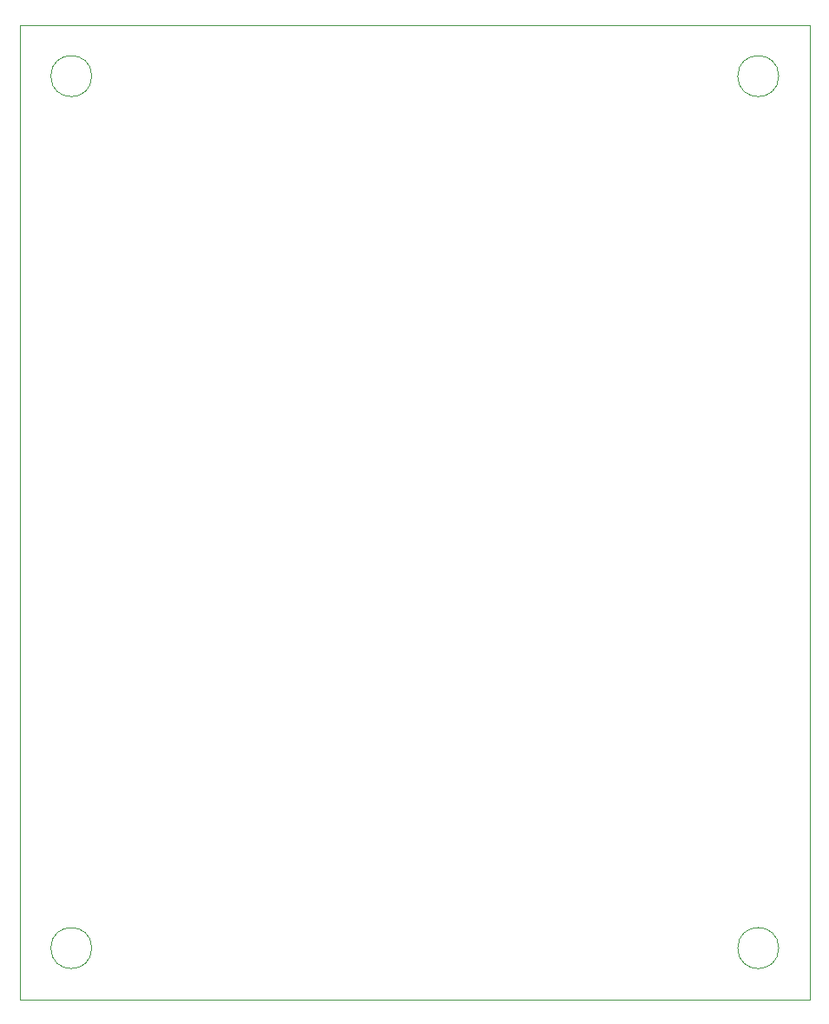
<source format=gbr>
G04 #@! TF.GenerationSoftware,KiCad,Pcbnew,(5.1.2)-1*
G04 #@! TF.CreationDate,2020-06-21T17:40:52+09:00*
G04 #@! TF.ProjectId,universal_power_board,756e6976-6572-4736-916c-5f706f776572,rev?*
G04 #@! TF.SameCoordinates,Original*
G04 #@! TF.FileFunction,Profile,NP*
%FSLAX46Y46*%
G04 Gerber Fmt 4.6, Leading zero omitted, Abs format (unit mm)*
G04 Created by KiCad (PCBNEW (5.1.2)-1) date 2020-06-21 17:40:52*
%MOMM*%
%LPD*%
G04 APERTURE LIST*
%ADD10C,0.050000*%
G04 APERTURE END LIST*
D10*
X186000000Y-69000000D02*
G75*
G03X186000000Y-69000000I-2000000J0D01*
G01*
X119000000Y-69000000D02*
G75*
G03X119000000Y-69000000I-2000000J0D01*
G01*
X119000000Y-154000000D02*
G75*
G03X119000000Y-154000000I-2000000J0D01*
G01*
X186000000Y-154000000D02*
G75*
G03X186000000Y-154000000I-2000000J0D01*
G01*
X189000000Y-159000000D02*
X189000000Y-64000000D01*
X112000000Y-159000000D02*
X189000000Y-159000000D01*
X112000000Y-64000000D02*
X112000000Y-159000000D01*
X189000000Y-64000000D02*
X112000000Y-64000000D01*
M02*

</source>
